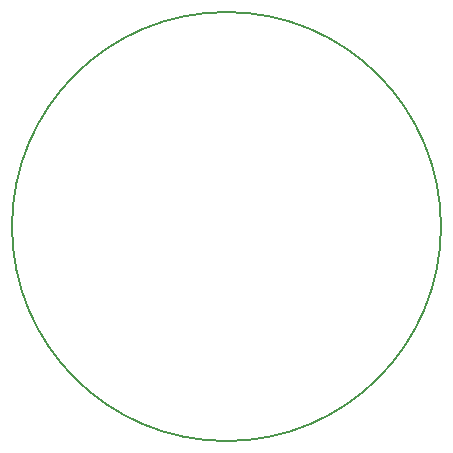
<source format=gbr>
%TF.GenerationSoftware,KiCad,Pcbnew,7.0.8*%
%TF.CreationDate,2024-09-29T17:39:07-05:00*%
%TF.ProjectId,CapacitiveLedFadeTiny,43617061-6369-4746-9976-654c65644661,rev?*%
%TF.SameCoordinates,Original*%
%TF.FileFunction,Legend,Bot*%
%TF.FilePolarity,Positive*%
%FSLAX46Y46*%
G04 Gerber Fmt 4.6, Leading zero omitted, Abs format (unit mm)*
G04 Created by KiCad (PCBNEW 7.0.8) date 2024-09-29 17:39:07*
%MOMM*%
%LPD*%
G01*
G04 APERTURE LIST*
%ADD10C,0.200000*%
G04 APERTURE END LIST*
D10*
%TO.C,J4*%
X147193000Y-96520000D02*
G75*
G03*
X147193000Y-96520000I-18161000J0D01*
G01*
%TD*%
M02*

</source>
